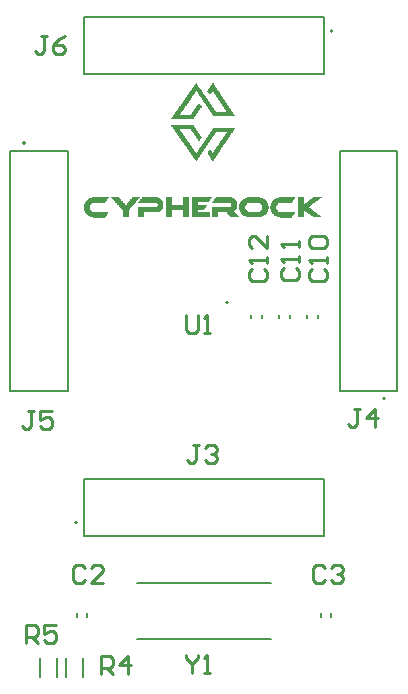
<source format=gbr>
%TF.GenerationSoftware,Altium Limited,Altium Designer,23.4.1 (23)*%
G04 Layer_Color=65535*
%FSLAX45Y45*%
%MOMM*%
%TF.SameCoordinates,06F9E411-BB4A-4FCF-AF8D-8E7D50D0EFEC*%
%TF.FilePolarity,Positive*%
%TF.FileFunction,Legend,Top*%
%TF.Part,Single*%
G01*
G75*
%TA.AperFunction,NonConductor*%
%ADD27C,0.17500*%
%ADD28C,0.20000*%
%ADD29C,0.12700*%
%ADD30C,0.25400*%
G36*
X1728571Y6087027D02*
X1731935D01*
Y6083663D01*
Y6080299D01*
X1735300D01*
Y6076934D01*
Y6073570D01*
X1738664D01*
Y6070206D01*
X1742029D01*
Y6066841D01*
X1745393D01*
Y6063477D01*
Y6060113D01*
X1748757D01*
Y6056748D01*
X1752121D01*
Y6053384D01*
Y6050019D01*
X1755486D01*
Y6046655D01*
X1758850D01*
Y6043291D01*
Y6039926D01*
X1762215D01*
Y6036562D01*
Y6033198D01*
X1765579D01*
Y6029833D01*
X1768943D01*
Y6026469D01*
X1772308D01*
Y6023105D01*
Y6019740D01*
X1775672D01*
Y6016376D01*
X1779037D01*
Y6013011D01*
Y6009647D01*
X1782401D01*
Y6006283D01*
X1785765D01*
Y6002918D01*
Y5999554D01*
X1789130D01*
Y5996190D01*
X1792494D01*
Y5992825D01*
X1795858D01*
Y5989461D01*
Y5986096D01*
X1799222D01*
Y5982732D01*
Y5979368D01*
X1802587D01*
Y5976003D01*
X1805951D01*
Y5972639D01*
Y5969275D01*
X1809316D01*
Y5965910D01*
X1812680D01*
Y5962546D01*
Y5959182D01*
X1816044D01*
Y5955817D01*
X1819409D01*
Y5952453D01*
Y5949088D01*
X1822773D01*
Y5945724D01*
X1826138D01*
Y5942360D01*
Y5938995D01*
X1829502D01*
Y5935631D01*
X1832866D01*
Y5932267D01*
X1836231D01*
Y5928902D01*
Y5925538D01*
X1839595D01*
Y5922174D01*
X1842959D01*
Y5918809D01*
Y5915445D01*
X1846324D01*
Y5912080D01*
X1849688D01*
Y5908716D01*
Y5905352D01*
X1853052D01*
Y5901987D01*
X1856417D01*
Y5898623D01*
Y5895259D01*
X1859781D01*
Y5891894D01*
X1863146D01*
Y5888530D01*
Y5885166D01*
X1866510D01*
Y5881801D01*
X1869874D01*
Y5878437D01*
Y5875072D01*
X1873239D01*
Y5871708D01*
X1876603D01*
Y5868344D01*
Y5864979D01*
X1879968D01*
Y5861615D01*
X1883332D01*
Y5858251D01*
Y5854886D01*
X1886696D01*
Y5851522D01*
X1890060D01*
Y5848157D01*
Y5844793D01*
X1893425D01*
Y5841429D01*
X1896789D01*
Y5838064D01*
Y5834700D01*
X1900154D01*
Y5831336D01*
X1903518D01*
Y5827971D01*
X1906882D01*
Y5824607D01*
Y5821243D01*
X1910247D01*
Y5817878D01*
X1913611D01*
Y5814514D01*
Y5811149D01*
X1916975D01*
Y5807785D01*
X1731935D01*
Y5811149D01*
X1728571D01*
Y5814514D01*
X1725207D01*
Y5817878D01*
Y5821243D01*
X1721842D01*
Y5824607D01*
X1718478D01*
Y5827971D01*
X1715114D01*
Y5831336D01*
Y5834700D01*
X1711749D01*
Y5838064D01*
X1708385D01*
Y5841429D01*
Y5844793D01*
X1705020D01*
Y5848157D01*
X1701656D01*
Y5851522D01*
Y5854886D01*
X1698292D01*
Y5858251D01*
X1694927D01*
Y5861615D01*
Y5864979D01*
X1691563D01*
Y5868344D01*
X1688199D01*
Y5871708D01*
Y5875072D01*
X1684834D01*
Y5878437D01*
X1681470D01*
Y5881801D01*
Y5885166D01*
X1678106D01*
Y5888530D01*
X1674741D01*
Y5891894D01*
Y5895259D01*
X1671377D01*
Y5898623D01*
X1668012D01*
Y5901987D01*
Y5905352D01*
X1664648D01*
Y5908716D01*
X1661284D01*
Y5912080D01*
X1657919D01*
Y5915445D01*
Y5918809D01*
X1654555D01*
Y5922174D01*
X1651190D01*
Y5925538D01*
Y5928902D01*
X1647826D01*
Y5932267D01*
X1644462D01*
Y5935631D01*
Y5938995D01*
X1641098D01*
Y5942360D01*
X1637733D01*
Y5945724D01*
Y5949088D01*
X1634369D01*
Y5952453D01*
X1631004D01*
Y5955817D01*
Y5959182D01*
X1627640D01*
Y5962546D01*
X1624276D01*
Y5965910D01*
Y5969275D01*
X1620911D01*
Y5972639D01*
X1617547D01*
Y5976003D01*
Y5979368D01*
X1614183D01*
Y5982732D01*
X1610818D01*
Y5986096D01*
Y5989461D01*
X1607454D01*
Y5992825D01*
X1604090D01*
Y5996190D01*
Y5999554D01*
X1600725D01*
Y6002918D01*
X1597361D01*
Y6006283D01*
Y6009647D01*
X1593996D01*
Y6013011D01*
X1590632D01*
Y6016376D01*
Y6019740D01*
X1583903D01*
Y6016376D01*
X1580539D01*
Y6013011D01*
Y6009647D01*
X1577175D01*
Y6006283D01*
X1573810D01*
Y6002918D01*
Y5999554D01*
X1570446D01*
Y5996190D01*
X1567081D01*
Y5992825D01*
X1563717D01*
Y5989461D01*
Y5986096D01*
X1560353D01*
Y5982732D01*
X1556988D01*
Y5979368D01*
Y5976003D01*
X1553624D01*
Y5972639D01*
X1550260D01*
Y5969275D01*
X1546895D01*
Y5965910D01*
Y5962546D01*
X1543531D01*
Y5959182D01*
X1540167D01*
Y5955817D01*
Y5952453D01*
X1536802D01*
Y5949088D01*
X1533438D01*
Y5945724D01*
Y5942360D01*
X1530073D01*
Y5938995D01*
X1526709D01*
Y5935631D01*
X1523345D01*
Y5932267D01*
Y5928902D01*
X1519980D01*
Y5925538D01*
Y5922174D01*
X1516616D01*
Y5918809D01*
X1513252D01*
Y5915445D01*
X1509887D01*
Y5912080D01*
Y5908716D01*
X1506523D01*
Y5905352D01*
X1503159D01*
Y5901987D01*
Y5898623D01*
X1499794D01*
Y5895259D01*
X1496430D01*
Y5891894D01*
X1493065D01*
Y5888530D01*
Y5885166D01*
X1489701D01*
Y5881801D01*
X1486337D01*
Y5878437D01*
Y5875072D01*
X1482972D01*
Y5871708D01*
X1479608D01*
Y5868344D01*
Y5864979D01*
X1476244D01*
Y5861615D01*
X1472879D01*
Y5858251D01*
X1469515D01*
Y5854886D01*
Y5851522D01*
X1466150D01*
Y5848157D01*
X1462786D01*
Y5844793D01*
Y5841429D01*
X1459422D01*
Y5838064D01*
X1456057D01*
Y5834700D01*
X1452693D01*
Y5831336D01*
Y5827971D01*
X1449329D01*
Y5824607D01*
Y5821243D01*
X1530073D01*
Y5817878D01*
X1536802D01*
Y5821243D01*
X1540167D01*
Y5824607D01*
X1543531D01*
Y5827971D01*
X1546895D01*
Y5831336D01*
Y5834700D01*
X1550260D01*
Y5838064D01*
Y5841429D01*
X1553624D01*
Y5844793D01*
X1556988D01*
Y5848157D01*
X1560353D01*
Y5851522D01*
Y5854886D01*
X1563717D01*
Y5858251D01*
X1567081D01*
Y5861615D01*
Y5864979D01*
X1570446D01*
Y5868344D01*
X1573810D01*
Y5871708D01*
Y5875072D01*
X1577175D01*
Y5878437D01*
X1580539D01*
Y5881801D01*
X1583903D01*
Y5885166D01*
Y5888530D01*
X1587268D01*
Y5891894D01*
X1590632D01*
Y5895259D01*
Y5898623D01*
X1593996D01*
Y5901987D01*
X1597361D01*
Y5905352D01*
X1600725D01*
Y5908716D01*
Y5912080D01*
X1604090D01*
Y5915445D01*
X1607454D01*
Y5918809D01*
Y5922174D01*
X1610818D01*
Y5918809D01*
Y5915445D01*
X1614183D01*
Y5912080D01*
Y5908716D01*
X1617547D01*
Y5905352D01*
X1620911D01*
Y5901987D01*
X1624276D01*
Y5898623D01*
Y5895259D01*
X1627640D01*
Y5891894D01*
X1631004D01*
Y5888530D01*
Y5885166D01*
Y5881801D01*
X1627640D01*
Y5878437D01*
X1624276D01*
Y5875072D01*
X1620911D01*
Y5871708D01*
Y5868344D01*
X1617547D01*
Y5864979D01*
X1614183D01*
Y5861615D01*
Y5858251D01*
X1610818D01*
Y5854886D01*
X1607454D01*
Y5851522D01*
X1604090D01*
Y5848157D01*
Y5844793D01*
X1600725D01*
Y5841429D01*
X1597361D01*
Y5838064D01*
Y5834700D01*
X1593996D01*
Y5831336D01*
X1590632D01*
Y5827971D01*
Y5824607D01*
X1587268D01*
Y5821243D01*
X1583903D01*
Y5817878D01*
X1580539D01*
Y5814514D01*
Y5811149D01*
X1577175D01*
Y5807785D01*
X1573810D01*
Y5804421D01*
Y5801056D01*
X1570446D01*
Y5797692D01*
X1567081D01*
Y5794328D01*
X1563717D01*
Y5790963D01*
Y5787599D01*
X1560353D01*
Y5784235D01*
X1368584D01*
Y5787599D01*
X1371948D01*
Y5790963D01*
X1375313D01*
Y5794328D01*
X1378677D01*
Y5797692D01*
X1382041D01*
Y5801056D01*
Y5804421D01*
X1385406D01*
Y5807785D01*
X1388770D01*
Y5811149D01*
Y5814514D01*
X1392134D01*
Y5817878D01*
X1395499D01*
Y5821243D01*
Y5824607D01*
X1398863D01*
Y5827971D01*
X1402228D01*
Y5831336D01*
Y5834700D01*
X1405592D01*
Y5838064D01*
X1408956D01*
Y5841429D01*
X1412321D01*
Y5844793D01*
Y5848157D01*
X1415685D01*
Y5851522D01*
X1419049D01*
Y5854886D01*
Y5858251D01*
X1422414D01*
Y5861615D01*
X1425778D01*
Y5864979D01*
X1429142D01*
Y5868344D01*
Y5871708D01*
X1432507D01*
Y5875072D01*
X1435871D01*
Y5878437D01*
Y5881801D01*
X1439236D01*
Y5885166D01*
X1442600D01*
Y5888530D01*
Y5891894D01*
X1445964D01*
Y5895259D01*
X1449329D01*
Y5898623D01*
X1452693D01*
Y5901987D01*
Y5905352D01*
X1456057D01*
Y5908716D01*
X1459422D01*
Y5912080D01*
Y5915445D01*
X1462786D01*
Y5918809D01*
X1466150D01*
Y5922174D01*
X1469515D01*
Y5925538D01*
Y5928902D01*
X1472879D01*
Y5932267D01*
X1476244D01*
Y5935631D01*
Y5938995D01*
X1479608D01*
Y5942360D01*
X1482972D01*
Y5945724D01*
X1486337D01*
Y5949088D01*
Y5952453D01*
X1489701D01*
Y5955817D01*
X1493065D01*
Y5959182D01*
Y5962546D01*
X1496430D01*
Y5965910D01*
X1499794D01*
Y5969275D01*
Y5972639D01*
X1503159D01*
Y5976003D01*
X1506523D01*
Y5979368D01*
Y5982732D01*
X1509887D01*
Y5986096D01*
X1513252D01*
Y5989461D01*
Y5992825D01*
X1516616D01*
Y5996190D01*
X1519980D01*
Y5999554D01*
X1523345D01*
Y6002918D01*
Y6006283D01*
X1526709D01*
Y6009647D01*
X1530073D01*
Y6013011D01*
Y6016376D01*
X1533438D01*
Y6019740D01*
X1536802D01*
Y6023105D01*
Y6026469D01*
X1540167D01*
Y6029833D01*
X1543531D01*
Y6033198D01*
X1546895D01*
Y6036562D01*
Y6039926D01*
X1550260D01*
Y6043291D01*
X1553624D01*
Y6046655D01*
Y6050019D01*
X1556988D01*
Y6053384D01*
X1560353D01*
Y6056748D01*
X1563717D01*
Y6060113D01*
Y6063477D01*
X1567081D01*
Y6066841D01*
X1570446D01*
Y6070206D01*
Y6073570D01*
X1573810D01*
Y6076934D01*
X1577175D01*
Y6080299D01*
X1580539D01*
Y6083663D01*
Y6087027D01*
X1583903D01*
Y6090392D01*
X1587268D01*
Y6087027D01*
X1590632D01*
Y6083663D01*
Y6080299D01*
X1593996D01*
Y6076934D01*
X1597361D01*
Y6073570D01*
Y6070206D01*
X1600725D01*
Y6066841D01*
X1604090D01*
Y6063477D01*
Y6060113D01*
X1607454D01*
Y6056748D01*
X1610818D01*
Y6053384D01*
Y6050019D01*
X1614183D01*
Y6046655D01*
X1617547D01*
Y6043291D01*
X1620911D01*
Y6039926D01*
Y6036562D01*
X1624276D01*
Y6033198D01*
X1627640D01*
Y6029833D01*
Y6026469D01*
X1631004D01*
Y6023105D01*
X1634369D01*
Y6019740D01*
Y6016376D01*
X1637733D01*
Y6013011D01*
X1641098D01*
Y6009647D01*
Y6006283D01*
X1644462D01*
Y6002918D01*
Y5999554D01*
X1647826D01*
Y5996190D01*
X1651190D01*
Y5992825D01*
X1654555D01*
Y5989461D01*
Y5986096D01*
X1657919D01*
Y5982732D01*
X1661284D01*
Y5979368D01*
Y5976003D01*
X1664648D01*
Y5972639D01*
X1668012D01*
Y5969275D01*
Y5965910D01*
X1671377D01*
Y5962546D01*
X1674741D01*
Y5959182D01*
Y5955817D01*
X1678106D01*
Y5952453D01*
X1681470D01*
Y5949088D01*
Y5945724D01*
X1684834D01*
Y5942360D01*
X1688199D01*
Y5938995D01*
Y5935631D01*
X1691563D01*
Y5932267D01*
X1694927D01*
Y5928902D01*
X1698292D01*
Y5925538D01*
Y5922174D01*
X1701656D01*
Y5918809D01*
X1705020D01*
Y5915445D01*
Y5912080D01*
X1708385D01*
Y5908716D01*
Y5905352D01*
X1711749D01*
Y5901987D01*
X1715114D01*
Y5898623D01*
X1718478D01*
Y5895259D01*
Y5891894D01*
X1721842D01*
Y5888530D01*
Y5885166D01*
X1725207D01*
Y5881801D01*
X1728571D01*
Y5878437D01*
X1731935D01*
Y5875072D01*
Y5871708D01*
X1735300D01*
Y5868344D01*
X1738664D01*
Y5864979D01*
Y5861615D01*
X1742029D01*
Y5858251D01*
X1745393D01*
Y5854886D01*
Y5851522D01*
X1748757D01*
Y5848157D01*
X1752121D01*
Y5844793D01*
Y5841429D01*
X1842959D01*
Y5844793D01*
Y5848157D01*
X1839595D01*
Y5851522D01*
Y5854886D01*
X1836231D01*
Y5858251D01*
X1832866D01*
Y5861615D01*
Y5864979D01*
X1829502D01*
Y5868344D01*
X1826138D01*
Y5871708D01*
X1822773D01*
Y5875072D01*
Y5878437D01*
X1819409D01*
Y5881801D01*
Y5885166D01*
X1816044D01*
Y5888530D01*
X1812680D01*
Y5891894D01*
X1809316D01*
Y5895259D01*
Y5898623D01*
X1805951D01*
Y5901987D01*
X1802587D01*
Y5905352D01*
Y5908716D01*
X1799222D01*
Y5912080D01*
X1795858D01*
Y5915445D01*
Y5918809D01*
X1792494D01*
Y5922174D01*
X1789130D01*
Y5925538D01*
Y5928902D01*
X1785765D01*
Y5932267D01*
X1782401D01*
Y5935631D01*
X1779037D01*
Y5938995D01*
Y5942360D01*
X1775672D01*
Y5945724D01*
X1772308D01*
Y5949088D01*
Y5952453D01*
X1768943D01*
Y5955817D01*
X1765579D01*
Y5959182D01*
Y5962546D01*
X1762215D01*
Y5965910D01*
X1758850D01*
Y5969275D01*
Y5972639D01*
X1755486D01*
Y5976003D01*
X1752121D01*
Y5979368D01*
Y5982732D01*
X1748757D01*
Y5986096D01*
X1745393D01*
Y5989461D01*
Y5992825D01*
X1742029D01*
Y5996190D01*
X1738664D01*
Y5999554D01*
Y6002918D01*
X1735300D01*
Y6006283D01*
X1731935D01*
Y6009647D01*
X1728571D01*
Y6013011D01*
Y6016376D01*
X1718478D01*
Y6013011D01*
Y6009647D01*
X1715114D01*
Y6006283D01*
X1711749D01*
Y6002918D01*
Y5999554D01*
X1708385D01*
Y5996190D01*
X1705020D01*
Y5992825D01*
Y5989461D01*
X1701656D01*
Y5986096D01*
X1698292D01*
Y5989461D01*
Y5992825D01*
X1694927D01*
Y5996190D01*
Y5999554D01*
X1691563D01*
Y6002918D01*
X1688199D01*
Y6006283D01*
X1684834D01*
Y6009647D01*
Y6013011D01*
X1681470D01*
Y6016376D01*
X1678106D01*
Y6019740D01*
Y6023105D01*
X1681470D01*
Y6026469D01*
X1684834D01*
Y6029833D01*
Y6033198D01*
X1688199D01*
Y6036562D01*
X1691563D01*
Y6039926D01*
Y6043291D01*
X1694927D01*
Y6046655D01*
X1698292D01*
Y6050019D01*
Y6053384D01*
X1701656D01*
Y6056748D01*
X1705020D01*
Y6060113D01*
Y6063477D01*
X1708385D01*
Y6066841D01*
Y6070206D01*
X1711749D01*
Y6073570D01*
X1715114D01*
Y6076934D01*
Y6080299D01*
X1718478D01*
Y6083663D01*
X1721842D01*
Y6087027D01*
Y6090392D01*
X1728571D01*
Y6087027D01*
D02*
G37*
G36*
X1563717Y5727040D02*
Y5723676D01*
X1567081D01*
Y5720312D01*
Y5716947D01*
X1570446D01*
Y5713583D01*
X1573810D01*
Y5710218D01*
X1577175D01*
Y5706854D01*
X1580539D01*
Y5703490D01*
Y5700126D01*
X1583903D01*
Y5696761D01*
Y5693397D01*
X1587268D01*
Y5690032D01*
X1590632D01*
Y5686668D01*
X1593996D01*
Y5683304D01*
Y5679939D01*
X1597361D01*
Y5676575D01*
X1600725D01*
Y5673210D01*
Y5669846D01*
X1604090D01*
Y5666482D01*
X1607454D01*
Y5663117D01*
X1610818D01*
Y5659753D01*
Y5656389D01*
X1614183D01*
Y5653024D01*
X1617547D01*
Y5649660D01*
Y5646296D01*
X1620911D01*
Y5642931D01*
X1624276D01*
Y5639567D01*
Y5636203D01*
X1627640D01*
Y5632838D01*
X1631004D01*
Y5629474D01*
Y5626109D01*
X1627640D01*
Y5622745D01*
Y5619381D01*
X1624276D01*
Y5616016D01*
X1620911D01*
Y5612652D01*
X1617547D01*
Y5609287D01*
Y5605923D01*
X1614183D01*
Y5602559D01*
X1610818D01*
Y5599195D01*
Y5595830D01*
X1607454D01*
Y5599195D01*
X1604090D01*
Y5602559D01*
Y5605923D01*
X1600725D01*
Y5609287D01*
X1597361D01*
Y5612652D01*
Y5616016D01*
X1593996D01*
Y5619381D01*
X1590632D01*
Y5622745D01*
X1587268D01*
Y5626109D01*
Y5629474D01*
X1583903D01*
Y5632838D01*
X1580539D01*
Y5636203D01*
Y5639567D01*
X1577175D01*
Y5642931D01*
X1573810D01*
Y5646296D01*
Y5649660D01*
X1570446D01*
Y5653024D01*
X1567081D01*
Y5656389D01*
X1563717D01*
Y5659753D01*
Y5663117D01*
X1560353D01*
Y5666482D01*
X1556988D01*
Y5669846D01*
Y5673210D01*
X1553624D01*
Y5676575D01*
X1550260D01*
Y5679939D01*
Y5683304D01*
X1546895D01*
Y5686668D01*
X1543531D01*
Y5690032D01*
X1540167D01*
Y5693397D01*
Y5696761D01*
X1449329D01*
Y5693397D01*
Y5690032D01*
Y5686668D01*
X1452693D01*
Y5683304D01*
X1456057D01*
Y5679939D01*
X1459422D01*
Y5676575D01*
Y5673210D01*
X1462786D01*
Y5669846D01*
X1466150D01*
Y5666482D01*
Y5663117D01*
X1469515D01*
Y5659753D01*
X1472879D01*
Y5656389D01*
X1476244D01*
Y5653024D01*
Y5649660D01*
X1479608D01*
Y5646296D01*
X1482972D01*
Y5642931D01*
Y5639567D01*
X1486337D01*
Y5636203D01*
X1489701D01*
Y5632838D01*
Y5629474D01*
X1493065D01*
Y5626109D01*
X1496430D01*
Y5622745D01*
X1499794D01*
Y5619381D01*
Y5616016D01*
X1503159D01*
Y5612652D01*
X1506523D01*
Y5609287D01*
Y5605923D01*
X1509887D01*
Y5602559D01*
X1513252D01*
Y5599195D01*
Y5595830D01*
X1516616D01*
Y5592466D01*
X1519980D01*
Y5589101D01*
X1523345D01*
Y5585737D01*
Y5582373D01*
X1526709D01*
Y5579008D01*
X1530073D01*
Y5575644D01*
Y5572279D01*
X1533438D01*
Y5568915D01*
X1536802D01*
Y5565551D01*
Y5562186D01*
X1540167D01*
Y5558822D01*
X1543531D01*
Y5555458D01*
X1546895D01*
Y5552094D01*
Y5548729D01*
X1550260D01*
Y5545365D01*
X1553624D01*
Y5542000D01*
Y5538636D01*
X1556988D01*
Y5535272D01*
X1560353D01*
Y5531907D01*
X1563717D01*
Y5528543D01*
Y5525178D01*
X1567081D01*
Y5521814D01*
Y5518450D01*
X1570446D01*
Y5515085D01*
X1573810D01*
Y5511721D01*
X1577175D01*
Y5508357D01*
Y5504992D01*
X1580539D01*
Y5501628D01*
X1583903D01*
Y5498264D01*
X1590632D01*
Y5501628D01*
X1593996D01*
Y5504992D01*
Y5508357D01*
X1597361D01*
Y5511721D01*
Y5515085D01*
X1600725D01*
Y5518450D01*
X1604090D01*
Y5521814D01*
X1607454D01*
Y5525178D01*
Y5528543D01*
X1610818D01*
Y5531907D01*
Y5535272D01*
X1614183D01*
Y5538636D01*
X1617547D01*
Y5542000D01*
X1620911D01*
Y5545365D01*
Y5548729D01*
X1624276D01*
Y5552094D01*
X1627640D01*
Y5555458D01*
Y5558822D01*
X1631004D01*
Y5562186D01*
X1634369D01*
Y5565551D01*
Y5568915D01*
X1637733D01*
Y5572279D01*
X1641098D01*
Y5575644D01*
Y5579008D01*
X1644462D01*
Y5582373D01*
X1647826D01*
Y5585737D01*
Y5589101D01*
X1651190D01*
Y5592466D01*
X1654555D01*
Y5595830D01*
Y5599195D01*
X1657919D01*
Y5602559D01*
X1661284D01*
Y5605923D01*
Y5609287D01*
X1664648D01*
Y5612652D01*
X1668012D01*
Y5616016D01*
X1671377D01*
Y5619381D01*
Y5622745D01*
X1674741D01*
Y5626109D01*
Y5629474D01*
X1678106D01*
Y5632838D01*
X1681470D01*
Y5636203D01*
X1684834D01*
Y5639567D01*
Y5642931D01*
X1688199D01*
Y5646296D01*
X1691563D01*
Y5649660D01*
Y5653024D01*
X1694927D01*
Y5656389D01*
X1698292D01*
Y5659753D01*
Y5663117D01*
X1701656D01*
Y5666482D01*
Y5669846D01*
X1705020D01*
Y5673210D01*
X1708385D01*
Y5676575D01*
X1711749D01*
Y5679939D01*
Y5683304D01*
X1715114D01*
Y5686668D01*
X1718478D01*
Y5690032D01*
Y5693397D01*
X1721842D01*
Y5696761D01*
X1725207D01*
Y5700126D01*
Y5703490D01*
X1728571D01*
Y5706854D01*
X1731935D01*
Y5710218D01*
X1916975D01*
Y5706854D01*
X1913611D01*
Y5703490D01*
Y5700126D01*
X1910247D01*
Y5696761D01*
X1906882D01*
Y5693397D01*
Y5690032D01*
X1903518D01*
Y5686668D01*
X1900154D01*
Y5683304D01*
Y5679939D01*
X1896789D01*
Y5676575D01*
X1893425D01*
Y5673210D01*
Y5669846D01*
X1890060D01*
Y5666482D01*
X1886696D01*
Y5663117D01*
X1883332D01*
Y5659753D01*
Y5656389D01*
X1879968D01*
Y5653024D01*
Y5649660D01*
X1876603D01*
Y5646296D01*
X1873239D01*
Y5642931D01*
Y5639567D01*
X1869874D01*
Y5636203D01*
X1866510D01*
Y5632838D01*
Y5629474D01*
X1863146D01*
Y5626109D01*
X1859781D01*
Y5622745D01*
X1856417D01*
Y5619381D01*
Y5616016D01*
X1853052D01*
Y5612652D01*
Y5609287D01*
X1849688D01*
Y5605923D01*
X1846324D01*
Y5602559D01*
X1842959D01*
Y5599195D01*
Y5595830D01*
X1839595D01*
Y5592466D01*
Y5589101D01*
X1836231D01*
Y5585737D01*
X1832866D01*
Y5582373D01*
X1829502D01*
Y5579008D01*
Y5575644D01*
X1826138D01*
Y5572279D01*
X1822773D01*
Y5568915D01*
Y5565551D01*
X1819409D01*
Y5562186D01*
X1816044D01*
Y5558822D01*
Y5555458D01*
X1812680D01*
Y5552094D01*
X1809316D01*
Y5548729D01*
Y5545365D01*
X1805951D01*
Y5542000D01*
X1802587D01*
Y5538636D01*
Y5535272D01*
X1799222D01*
Y5531907D01*
X1795858D01*
Y5528543D01*
Y5525178D01*
X1792494D01*
Y5521814D01*
X1789130D01*
Y5518450D01*
Y5515085D01*
X1785765D01*
Y5511721D01*
X1782401D01*
Y5508357D01*
X1779037D01*
Y5504992D01*
Y5501628D01*
X1775672D01*
Y5498264D01*
Y5494899D01*
X1772308D01*
Y5491535D01*
X1768943D01*
Y5488170D01*
X1765579D01*
Y5484806D01*
Y5481442D01*
X1762215D01*
Y5478077D01*
Y5474713D01*
X1758850D01*
Y5471348D01*
X1755486D01*
Y5467984D01*
Y5464620D01*
X1752121D01*
Y5461256D01*
X1748757D01*
Y5457891D01*
Y5454527D01*
X1745393D01*
Y5451162D01*
X1742029D01*
Y5447798D01*
X1738664D01*
Y5444434D01*
Y5441069D01*
X1735300D01*
Y5437705D01*
X1731935D01*
Y5434341D01*
Y5430976D01*
X1728571D01*
Y5427612D01*
Y5424247D01*
X1725207D01*
Y5427612D01*
X1721842D01*
Y5430976D01*
Y5434341D01*
X1718478D01*
Y5437705D01*
X1715114D01*
Y5441069D01*
X1711749D01*
Y5444434D01*
Y5447798D01*
X1708385D01*
Y5451162D01*
Y5454527D01*
X1705020D01*
Y5457891D01*
X1701656D01*
Y5461256D01*
Y5464620D01*
X1698292D01*
Y5467984D01*
X1694927D01*
Y5471348D01*
Y5474713D01*
X1691563D01*
Y5478077D01*
X1688199D01*
Y5481442D01*
Y5484806D01*
X1684834D01*
Y5488170D01*
X1681470D01*
Y5491535D01*
Y5494899D01*
X1678106D01*
Y5498264D01*
X1681470D01*
Y5501628D01*
Y5504992D01*
X1684834D01*
Y5508357D01*
X1688199D01*
Y5511721D01*
X1691563D01*
Y5515085D01*
Y5518450D01*
X1694927D01*
Y5521814D01*
Y5525178D01*
X1698292D01*
Y5528543D01*
X1701656D01*
Y5525178D01*
X1705020D01*
Y5521814D01*
X1708385D01*
Y5518450D01*
Y5515085D01*
X1711749D01*
Y5511721D01*
X1715114D01*
Y5508357D01*
Y5504992D01*
X1718478D01*
Y5501628D01*
X1721842D01*
Y5498264D01*
X1728571D01*
Y5501628D01*
Y5504992D01*
X1731935D01*
Y5508357D01*
Y5511721D01*
X1735300D01*
Y5515085D01*
X1738664D01*
Y5518450D01*
X1742029D01*
Y5521814D01*
Y5525178D01*
X1745393D01*
Y5528543D01*
X1748757D01*
Y5531907D01*
Y5535272D01*
X1752121D01*
Y5538636D01*
X1755486D01*
Y5542000D01*
Y5545365D01*
X1758850D01*
Y5548729D01*
X1762215D01*
Y5552094D01*
Y5555458D01*
X1765579D01*
Y5558822D01*
X1768943D01*
Y5562186D01*
Y5565551D01*
X1772308D01*
Y5568915D01*
X1775672D01*
Y5572279D01*
Y5575644D01*
X1779037D01*
Y5579008D01*
X1782401D01*
Y5582373D01*
X1785765D01*
Y5585737D01*
Y5589101D01*
X1789130D01*
Y5592466D01*
Y5595830D01*
X1792494D01*
Y5599195D01*
X1795858D01*
Y5602559D01*
X1799222D01*
Y5605923D01*
Y5609287D01*
X1802587D01*
Y5612652D01*
Y5616016D01*
X1805951D01*
Y5619381D01*
X1809316D01*
Y5622745D01*
X1812680D01*
Y5626109D01*
Y5629474D01*
X1816044D01*
Y5632838D01*
X1819409D01*
Y5636203D01*
Y5639567D01*
X1822773D01*
Y5642931D01*
X1826138D01*
Y5646296D01*
X1829502D01*
Y5649660D01*
Y5653024D01*
X1832866D01*
Y5656389D01*
Y5659753D01*
X1836231D01*
Y5663117D01*
X1839595D01*
Y5666482D01*
X1842959D01*
Y5669846D01*
Y5673210D01*
Y5676575D01*
X1755486D01*
Y5673210D01*
X1752121D01*
Y5669846D01*
X1748757D01*
Y5666482D01*
Y5663117D01*
X1745393D01*
Y5659753D01*
X1742029D01*
Y5656389D01*
Y5653024D01*
X1738664D01*
Y5649660D01*
X1735300D01*
Y5646296D01*
X1731935D01*
Y5642931D01*
Y5639567D01*
X1728571D01*
Y5636203D01*
X1725207D01*
Y5632838D01*
Y5629474D01*
X1721842D01*
Y5626109D01*
X1718478D01*
Y5622745D01*
Y5619381D01*
X1715114D01*
Y5616016D01*
X1711749D01*
Y5612652D01*
Y5609287D01*
X1708385D01*
Y5605923D01*
X1705020D01*
Y5602559D01*
Y5599195D01*
X1701656D01*
Y5595830D01*
X1698292D01*
Y5592466D01*
Y5589101D01*
X1694927D01*
Y5585737D01*
X1691563D01*
Y5582373D01*
Y5579008D01*
X1688199D01*
Y5575644D01*
X1684834D01*
Y5572279D01*
Y5568915D01*
X1681470D01*
Y5565551D01*
X1678106D01*
Y5562186D01*
Y5558822D01*
X1674741D01*
Y5555458D01*
X1671377D01*
Y5552094D01*
X1668012D01*
Y5548729D01*
Y5545365D01*
X1664648D01*
Y5542000D01*
Y5538636D01*
X1661284D01*
Y5535272D01*
X1657919D01*
Y5531907D01*
Y5528543D01*
X1654555D01*
Y5525178D01*
X1651190D01*
Y5521814D01*
Y5518450D01*
X1647826D01*
Y5515085D01*
X1644462D01*
Y5511721D01*
X1641098D01*
Y5508357D01*
Y5504992D01*
X1637733D01*
Y5501628D01*
Y5498264D01*
X1634369D01*
Y5494899D01*
X1631004D01*
Y5491535D01*
X1627640D01*
Y5488170D01*
Y5484806D01*
X1624276D01*
Y5481442D01*
Y5478077D01*
X1620911D01*
Y5474713D01*
X1617547D01*
Y5471348D01*
X1614183D01*
Y5467984D01*
Y5464620D01*
X1610818D01*
Y5461256D01*
Y5457891D01*
X1607454D01*
Y5454527D01*
X1604090D01*
Y5451162D01*
X1600725D01*
Y5447798D01*
Y5444434D01*
X1597361D01*
Y5441069D01*
X1593996D01*
Y5437705D01*
Y5434341D01*
X1590632D01*
Y5430976D01*
X1587268D01*
Y5427612D01*
Y5424247D01*
X1583903D01*
Y5427612D01*
Y5430976D01*
X1580539D01*
Y5434341D01*
X1577175D01*
Y5437705D01*
X1573810D01*
Y5441069D01*
Y5444434D01*
X1570446D01*
Y5447798D01*
X1567081D01*
Y5451162D01*
Y5454527D01*
X1563717D01*
Y5457891D01*
X1560353D01*
Y5461256D01*
X1556988D01*
Y5464620D01*
Y5467984D01*
X1553624D01*
Y5471348D01*
X1550260D01*
Y5474713D01*
Y5478077D01*
X1546895D01*
Y5481442D01*
X1543531D01*
Y5484806D01*
Y5488170D01*
X1540167D01*
Y5491535D01*
X1536802D01*
Y5494899D01*
Y5498264D01*
X1533438D01*
Y5501628D01*
X1530073D01*
Y5504992D01*
X1526709D01*
Y5508357D01*
Y5511721D01*
X1523345D01*
Y5515085D01*
X1519980D01*
Y5518450D01*
Y5521814D01*
X1516616D01*
Y5525178D01*
X1513252D01*
Y5528543D01*
X1509887D01*
Y5531907D01*
Y5535272D01*
X1506523D01*
Y5538636D01*
X1503159D01*
Y5542000D01*
Y5545365D01*
X1499794D01*
Y5548729D01*
X1496430D01*
Y5552094D01*
Y5555458D01*
X1493065D01*
Y5558822D01*
X1489701D01*
Y5562186D01*
X1486337D01*
Y5565551D01*
Y5568915D01*
X1482972D01*
Y5572279D01*
X1479608D01*
Y5575644D01*
Y5579008D01*
X1476244D01*
Y5582373D01*
X1472879D01*
Y5585737D01*
Y5589101D01*
X1469515D01*
Y5592466D01*
X1466150D01*
Y5595830D01*
X1462786D01*
Y5599195D01*
Y5602559D01*
X1459422D01*
Y5605923D01*
Y5609287D01*
X1456057D01*
Y5612652D01*
X1452693D01*
Y5616016D01*
X1449329D01*
Y5619381D01*
X1445964D01*
Y5622745D01*
Y5626109D01*
X1442600D01*
Y5629474D01*
Y5632838D01*
X1439236D01*
Y5636203D01*
X1435871D01*
Y5639567D01*
X1432507D01*
Y5642931D01*
Y5646296D01*
X1429142D01*
Y5649660D01*
X1425778D01*
Y5653024D01*
Y5656389D01*
X1422414D01*
Y5659753D01*
X1419049D01*
Y5663117D01*
Y5666482D01*
X1415685D01*
Y5669846D01*
X1412321D01*
Y5673210D01*
X1408956D01*
Y5676575D01*
Y5679939D01*
X1405592D01*
Y5683304D01*
X1402228D01*
Y5686668D01*
Y5690032D01*
X1398863D01*
Y5693397D01*
X1395499D01*
Y5696761D01*
X1392134D01*
Y5700126D01*
Y5703490D01*
X1388770D01*
Y5706854D01*
X1385406D01*
Y5710218D01*
Y5713583D01*
X1382041D01*
Y5716947D01*
X1378677D01*
Y5720312D01*
X1375313D01*
Y5723676D01*
Y5727040D01*
X1371948D01*
Y5730405D01*
X1563717D01*
Y5727040D01*
D02*
G37*
G36*
X2647043Y5118090D02*
X2640314D01*
Y5114726D01*
X2636950D01*
Y5111361D01*
X2633585D01*
Y5107997D01*
X2626856D01*
Y5104633D01*
X2623492D01*
Y5101268D01*
X2620128D01*
Y5097904D01*
X2613399D01*
Y5094540D01*
X2610035D01*
Y5091175D01*
X2603306D01*
Y5087811D01*
X2599941D01*
Y5084447D01*
X2596577D01*
Y5081082D01*
X2593213D01*
Y5077718D01*
X2586484D01*
Y5074353D01*
X2583120D01*
Y5070989D01*
X2576391D01*
Y5067625D01*
X2573027D01*
Y5064260D01*
X2569662D01*
Y5060896D01*
X2566298D01*
Y5057532D01*
X2559569D01*
Y5054167D01*
X2556205D01*
Y5050803D01*
X2552840D01*
Y5047438D01*
X2546112D01*
Y5044074D01*
X2542747D01*
Y5040710D01*
X2539383D01*
Y5037346D01*
Y5033981D01*
X2542747D01*
Y5030617D01*
X2546112D01*
Y5027252D01*
X2552840D01*
Y5023888D01*
X2556205D01*
Y5020524D01*
X2562933D01*
Y5017159D01*
X2566298D01*
Y5013795D01*
X2569662D01*
Y5010430D01*
X2576391D01*
Y5007066D01*
X2579755D01*
Y5003702D01*
X2583120D01*
Y5000337D01*
X2589849D01*
Y4996973D01*
X2593213D01*
Y4993609D01*
X2599941D01*
Y4990245D01*
X2603306D01*
Y4986880D01*
X2606670D01*
Y4983516D01*
X2610035D01*
Y4980151D01*
X2616763D01*
Y4976787D01*
X2620128D01*
Y4973423D01*
X2626856D01*
Y4970058D01*
X2630221D01*
Y4966694D01*
X2633585D01*
Y4963329D01*
X2640314D01*
Y4959965D01*
X2643678D01*
Y4956601D01*
X2647043D01*
Y4953236D01*
X2576391D01*
Y4956601D01*
X2573027D01*
Y4959965D01*
X2566298D01*
Y4963329D01*
X2562933D01*
Y4966694D01*
X2556205D01*
Y4970058D01*
X2552840D01*
Y4973423D01*
X2546112D01*
Y4976787D01*
X2542747D01*
Y4980151D01*
X2536019D01*
Y4983516D01*
X2532654D01*
Y4986880D01*
X2529290D01*
Y4990245D01*
X2522561D01*
Y4993609D01*
X2519197D01*
Y4996973D01*
X2512468D01*
Y5000337D01*
X2509104D01*
Y5003702D01*
X2505739D01*
Y5007066D01*
X2495646D01*
Y5003702D01*
Y5000337D01*
Y4996973D01*
Y4993609D01*
Y4990245D01*
Y4986880D01*
Y4983516D01*
Y4980151D01*
Y4976787D01*
Y4973423D01*
Y4970058D01*
Y4966694D01*
Y4963329D01*
Y4959965D01*
Y4956601D01*
Y4953236D01*
X2445181D01*
Y4956601D01*
Y4959965D01*
Y4963329D01*
Y4966694D01*
Y4970058D01*
Y4973423D01*
Y4976787D01*
Y4980151D01*
Y4983516D01*
Y4986880D01*
Y4990245D01*
Y4993609D01*
Y4996973D01*
Y5000337D01*
Y5003702D01*
Y5007066D01*
Y5010430D01*
Y5013795D01*
Y5017159D01*
Y5020524D01*
Y5023888D01*
Y5027252D01*
Y5030617D01*
Y5033981D01*
Y5037346D01*
Y5040710D01*
Y5044074D01*
Y5047438D01*
Y5050803D01*
Y5054167D01*
Y5057532D01*
Y5060896D01*
Y5064260D01*
Y5067625D01*
Y5070989D01*
Y5074353D01*
Y5077718D01*
Y5081082D01*
Y5084447D01*
Y5087811D01*
Y5091175D01*
Y5094540D01*
Y5097904D01*
Y5101268D01*
Y5104633D01*
Y5107997D01*
Y5111361D01*
Y5114726D01*
Y5118090D01*
Y5121455D01*
X2495646D01*
Y5118090D01*
Y5114726D01*
Y5111361D01*
Y5107997D01*
Y5104633D01*
Y5101268D01*
Y5097904D01*
Y5094540D01*
Y5091175D01*
Y5087811D01*
Y5084447D01*
Y5081082D01*
Y5077718D01*
Y5074353D01*
Y5070989D01*
Y5067625D01*
Y5064260D01*
X2499010D01*
Y5067625D01*
X2505739D01*
Y5070989D01*
X2509104D01*
Y5074353D01*
X2512468D01*
Y5077718D01*
X2519197D01*
Y5081082D01*
X2522561D01*
Y5084447D01*
X2529290D01*
Y5087811D01*
X2532654D01*
Y5091175D01*
X2536019D01*
Y5094540D01*
X2542747D01*
Y5097904D01*
X2546112D01*
Y5101268D01*
X2549476D01*
Y5104633D01*
X2552840D01*
Y5107997D01*
X2559569D01*
Y5111361D01*
X2562933D01*
Y5114726D01*
X2569662D01*
Y5118090D01*
X2573027D01*
Y5121455D01*
X2647043D01*
Y5118090D01*
D02*
G37*
G36*
X1526709D02*
Y5114726D01*
Y5111361D01*
Y5107997D01*
Y5104633D01*
Y5101268D01*
Y5097904D01*
Y5094540D01*
Y5091175D01*
Y5087811D01*
Y5084447D01*
Y5081082D01*
Y5077718D01*
Y5074353D01*
Y5070989D01*
Y5067625D01*
Y5064260D01*
Y5060896D01*
Y5057532D01*
Y5054167D01*
Y5050803D01*
Y5047438D01*
Y5044074D01*
Y5040710D01*
Y5037346D01*
Y5033981D01*
Y5030617D01*
Y5027252D01*
Y5023888D01*
Y5020524D01*
Y5017159D01*
Y5013795D01*
Y5010430D01*
Y5007066D01*
Y5003702D01*
Y5000337D01*
Y4996973D01*
Y4993609D01*
Y4990245D01*
Y4986880D01*
Y4983516D01*
Y4980151D01*
Y4976787D01*
Y4973423D01*
Y4970058D01*
Y4966694D01*
Y4963329D01*
Y4959965D01*
Y4956601D01*
Y4953236D01*
X1476244D01*
Y4956601D01*
Y4959965D01*
Y4963329D01*
Y4966694D01*
Y4970058D01*
Y4973423D01*
Y4976787D01*
Y4980151D01*
Y4983516D01*
Y4986880D01*
Y4990245D01*
Y4993609D01*
Y4996973D01*
Y5000337D01*
Y5003702D01*
Y5007066D01*
Y5010430D01*
Y5013795D01*
Y5017159D01*
X1382041D01*
Y5013795D01*
X1378677D01*
Y5010430D01*
Y5007066D01*
Y5003702D01*
Y5000337D01*
Y4996973D01*
Y4993609D01*
Y4990245D01*
Y4986880D01*
Y4983516D01*
Y4980151D01*
Y4976787D01*
Y4973423D01*
Y4970058D01*
Y4966694D01*
Y4963329D01*
Y4959965D01*
Y4956601D01*
X1382041D01*
Y4953236D01*
X1328211D01*
Y4956601D01*
Y4959965D01*
Y4963329D01*
Y4966694D01*
Y4970058D01*
Y4973423D01*
Y4976787D01*
Y4980151D01*
Y4983516D01*
Y4986880D01*
Y4990245D01*
Y4993609D01*
Y4996973D01*
Y5000337D01*
Y5003702D01*
Y5007066D01*
Y5010430D01*
Y5013795D01*
Y5017159D01*
Y5020524D01*
Y5023888D01*
Y5027252D01*
Y5030617D01*
Y5033981D01*
Y5037346D01*
Y5040710D01*
Y5044074D01*
Y5047438D01*
Y5050803D01*
Y5054167D01*
Y5057532D01*
Y5060896D01*
Y5064260D01*
Y5067625D01*
Y5070989D01*
Y5074353D01*
Y5077718D01*
Y5081082D01*
Y5084447D01*
Y5087811D01*
Y5091175D01*
Y5094540D01*
Y5097904D01*
Y5101268D01*
Y5104633D01*
Y5107997D01*
Y5111361D01*
Y5114726D01*
Y5118090D01*
Y5121455D01*
X1382041D01*
Y5118090D01*
X1378677D01*
Y5114726D01*
Y5111361D01*
Y5107997D01*
Y5104633D01*
Y5101268D01*
Y5097904D01*
Y5094540D01*
Y5091175D01*
Y5087811D01*
Y5084447D01*
Y5081082D01*
Y5077718D01*
Y5074353D01*
Y5070989D01*
Y5067625D01*
Y5064260D01*
Y5060896D01*
X1476244D01*
Y5064260D01*
Y5067625D01*
Y5070989D01*
Y5074353D01*
Y5077718D01*
Y5081082D01*
Y5084447D01*
Y5087811D01*
Y5091175D01*
Y5094540D01*
Y5097904D01*
Y5101268D01*
Y5104633D01*
Y5107997D01*
Y5111361D01*
Y5114726D01*
Y5118090D01*
Y5121455D01*
X1526709D01*
Y5118090D01*
D02*
G37*
G36*
X1106163D02*
Y5114726D01*
X1102799D01*
Y5111361D01*
X1099435D01*
Y5107997D01*
X1096070D01*
Y5104633D01*
X1092706D01*
Y5101268D01*
X1089341D01*
Y5097904D01*
X1085977D01*
Y5094540D01*
Y5091175D01*
X1082613D01*
Y5087811D01*
X1079249D01*
Y5084447D01*
X1075884D01*
Y5081082D01*
X1072520D01*
Y5077718D01*
X1069155D01*
Y5074353D01*
X1065791D01*
Y5070989D01*
Y5067625D01*
X1062427D01*
Y5064260D01*
X1059062D01*
Y5060896D01*
X1055698D01*
Y5057532D01*
X1052334D01*
Y5054167D01*
X1048969D01*
Y5050803D01*
X1045605D01*
Y5047438D01*
Y5044074D01*
X1042240D01*
Y5040710D01*
X1038876D01*
Y5037346D01*
X1035512D01*
Y5033981D01*
X1032147D01*
Y5030617D01*
X1028783D01*
Y5027252D01*
X1025419D01*
Y5023888D01*
Y5020524D01*
X1022054D01*
Y5017159D01*
X1018690D01*
Y5013795D01*
X1015326D01*
Y5010430D01*
Y5007066D01*
Y5003702D01*
Y5000337D01*
Y4996973D01*
Y4993609D01*
Y4990245D01*
Y4986880D01*
Y4983516D01*
Y4980151D01*
Y4976787D01*
Y4973423D01*
Y4970058D01*
Y4966694D01*
Y4963329D01*
Y4959965D01*
Y4956601D01*
Y4953236D01*
X961496D01*
Y4956601D01*
Y4959965D01*
Y4963329D01*
Y4966694D01*
Y4970058D01*
Y4973423D01*
Y4976787D01*
Y4980151D01*
Y4983516D01*
Y4986880D01*
Y4990245D01*
Y4993609D01*
Y4996973D01*
Y5000337D01*
Y5003702D01*
Y5007066D01*
Y5010430D01*
Y5013795D01*
X958131D01*
Y5017159D01*
X954767D01*
Y5020524D01*
X951403D01*
Y5023888D01*
X948038D01*
Y5027252D01*
X944674D01*
Y5030617D01*
Y5033981D01*
X941310D01*
Y5037346D01*
X937945D01*
Y5040710D01*
X934581D01*
Y5044074D01*
X931216D01*
Y5047438D01*
X927852D01*
Y5050803D01*
Y5054167D01*
X921123D01*
Y5057532D01*
X917759D01*
Y5060896D01*
Y5064260D01*
X914395D01*
Y5067625D01*
X911030D01*
Y5070989D01*
X907666D01*
Y5074353D01*
X904301D01*
Y5077718D01*
X900937D01*
Y5081082D01*
Y5084447D01*
X894208D01*
Y5087811D01*
X890844D01*
Y5091175D01*
Y5094540D01*
X887480D01*
Y5097904D01*
X884115D01*
Y5101268D01*
X880751D01*
Y5104633D01*
X877387D01*
Y5107997D01*
X874022D01*
Y5111361D01*
X870658D01*
Y5114726D01*
X867293D01*
Y5118090D01*
X863929D01*
Y5121455D01*
X931216D01*
Y5118090D01*
X934581D01*
Y5114726D01*
X937945D01*
Y5111361D01*
X941310D01*
Y5107997D01*
X944674D01*
Y5104633D01*
X948038D01*
Y5101268D01*
X951403D01*
Y5097904D01*
Y5094540D01*
X954767D01*
Y5091175D01*
X958131D01*
Y5087811D01*
X961496D01*
Y5084447D01*
X964860D01*
Y5081082D01*
X968224D01*
Y5077718D01*
Y5074353D01*
X974953D01*
Y5070989D01*
X978318D01*
Y5067625D01*
Y5064260D01*
X981682D01*
Y5060896D01*
X985046D01*
Y5057532D01*
X991775D01*
Y5060896D01*
X995139D01*
Y5064260D01*
X998504D01*
Y5067625D01*
X1001868D01*
Y5070989D01*
Y5074353D01*
X1005232D01*
Y5077718D01*
X1008597D01*
Y5081082D01*
X1011961D01*
Y5084447D01*
X1015326D01*
Y5087811D01*
X1018690D01*
Y5091175D01*
X1022054D01*
Y5094540D01*
Y5097904D01*
X1028783D01*
Y5101268D01*
Y5104633D01*
X1032147D01*
Y5107997D01*
X1035512D01*
Y5111361D01*
X1038876D01*
Y5114726D01*
X1042240D01*
Y5118090D01*
Y5121455D01*
X1106163D01*
Y5118090D01*
D02*
G37*
G36*
X2128930D02*
X2142388D01*
Y5114726D01*
X2152481D01*
Y5111361D01*
X2159210D01*
Y5107997D01*
X2162574D01*
Y5104633D01*
X2169303D01*
Y5101268D01*
X2172667D01*
Y5097904D01*
X2176032D01*
Y5094540D01*
X2179396D01*
Y5091175D01*
X2182760D01*
Y5087811D01*
Y5084447D01*
X2186125D01*
Y5081082D01*
Y5077718D01*
X2189489D01*
Y5074353D01*
X2192853D01*
Y5070989D01*
Y5067625D01*
Y5064260D01*
Y5060896D01*
X2196218D01*
Y5057532D01*
Y5054167D01*
Y5050803D01*
X2199582D01*
Y5047438D01*
Y5044074D01*
Y5040710D01*
Y5037346D01*
Y5033981D01*
Y5030617D01*
Y5027252D01*
Y5023888D01*
X2196218D01*
Y5020524D01*
Y5017159D01*
Y5013795D01*
Y5010430D01*
X2192853D01*
Y5007066D01*
Y5003702D01*
Y5000337D01*
X2189489D01*
Y4996973D01*
X2186125D01*
Y4993609D01*
Y4990245D01*
X2182760D01*
Y4986880D01*
Y4983516D01*
X2179396D01*
Y4980151D01*
X2176032D01*
Y4976787D01*
X2172667D01*
Y4973423D01*
X2169303D01*
Y4970058D01*
X2162574D01*
Y4966694D01*
X2159210D01*
Y4963329D01*
X2152481D01*
Y4959965D01*
X2142388D01*
Y4956601D01*
X2132295D01*
Y4953236D01*
X2014542D01*
Y4956601D01*
X2004449D01*
Y4959965D01*
X1994356D01*
Y4963329D01*
X1987627D01*
Y4966694D01*
X1980898D01*
Y4970058D01*
X1977534D01*
Y4973423D01*
X1974170D01*
Y4976787D01*
X1970805D01*
Y4980151D01*
X1967441D01*
Y4983516D01*
X1964077D01*
Y4986880D01*
X1960712D01*
Y4990245D01*
Y4993609D01*
X1957348D01*
Y4996973D01*
Y5000337D01*
X1953983D01*
Y5003702D01*
Y5007066D01*
Y5010430D01*
X1950619D01*
Y5013795D01*
Y5017159D01*
Y5020524D01*
Y5023888D01*
X1947255D01*
Y5027252D01*
X1950619D01*
Y5030617D01*
Y5033981D01*
X1947255D01*
Y5037346D01*
Y5040710D01*
X1950619D01*
Y5044074D01*
Y5047438D01*
X1947255D01*
Y5050803D01*
X1950619D01*
Y5054167D01*
Y5057532D01*
Y5060896D01*
Y5064260D01*
X1953983D01*
Y5067625D01*
Y5070989D01*
Y5074353D01*
X1957348D01*
Y5077718D01*
Y5081082D01*
X1960712D01*
Y5084447D01*
X1964077D01*
Y5087811D01*
Y5091175D01*
X1967441D01*
Y5094540D01*
X1970805D01*
Y5097904D01*
X1974170D01*
Y5101268D01*
X1977534D01*
Y5104633D01*
X1984263D01*
Y5107997D01*
X1987627D01*
Y5111361D01*
X1994356D01*
Y5114726D01*
X2004449D01*
Y5118090D01*
X2017906D01*
Y5121455D01*
X2128930D01*
Y5118090D01*
D02*
G37*
G36*
X1886696D02*
X1896789D01*
Y5114726D01*
X1903518D01*
Y5111361D01*
X1910247D01*
Y5107997D01*
X1913611D01*
Y5104633D01*
X1916975D01*
Y5101268D01*
X1920340D01*
Y5097904D01*
X1923704D01*
Y5094540D01*
Y5091175D01*
X1927069D01*
Y5087811D01*
X1930433D01*
Y5084447D01*
Y5081082D01*
Y5077718D01*
Y5074353D01*
X1933797D01*
Y5070989D01*
Y5067625D01*
Y5064260D01*
Y5060896D01*
Y5057532D01*
Y5054167D01*
Y5050803D01*
Y5047438D01*
Y5044074D01*
Y5040710D01*
X1930433D01*
Y5037346D01*
Y5033981D01*
Y5030617D01*
X1927069D01*
Y5027252D01*
Y5023888D01*
X1923704D01*
Y5020524D01*
X1920340D01*
Y5017159D01*
X1916975D01*
Y5013795D01*
X1913611D01*
Y5010430D01*
X1910247D01*
Y5007066D01*
X1906882D01*
Y5003702D01*
X1903518D01*
Y5000337D01*
X1906882D01*
Y4996973D01*
X1910247D01*
Y4993609D01*
X1913611D01*
Y4990245D01*
X1916975D01*
Y4986880D01*
X1920340D01*
Y4983516D01*
X1923704D01*
Y4980151D01*
X1927069D01*
Y4976787D01*
X1930433D01*
Y4973423D01*
X1933797D01*
Y4970058D01*
X1937161D01*
Y4966694D01*
X1940526D01*
Y4963329D01*
X1943890D01*
Y4959965D01*
Y4956601D01*
X1947255D01*
Y4953236D01*
X1873239D01*
Y4956601D01*
X1869874D01*
Y4959965D01*
X1866510D01*
Y4963329D01*
X1863146D01*
Y4966694D01*
Y4970058D01*
X1859781D01*
Y4973423D01*
X1856417D01*
Y4976787D01*
X1853052D01*
Y4980151D01*
X1849688D01*
Y4983516D01*
X1846324D01*
Y4986880D01*
X1842959D01*
Y4990245D01*
Y4993609D01*
X1839595D01*
Y4996973D01*
X1768943D01*
Y4993609D01*
Y4990245D01*
Y4986880D01*
Y4983516D01*
Y4980151D01*
Y4976787D01*
Y4973423D01*
Y4970058D01*
Y4966694D01*
Y4963329D01*
Y4959965D01*
Y4956601D01*
Y4953236D01*
X1718478D01*
Y4956601D01*
Y4959965D01*
Y4963329D01*
Y4966694D01*
Y4970058D01*
Y4973423D01*
Y4976787D01*
Y4980151D01*
Y4983516D01*
Y4986880D01*
Y4990245D01*
Y4993609D01*
Y4996973D01*
Y5000337D01*
Y5003702D01*
Y5007066D01*
Y5010430D01*
Y5013795D01*
Y5017159D01*
Y5020524D01*
Y5023888D01*
Y5027252D01*
Y5030617D01*
Y5033981D01*
Y5037346D01*
X1869874D01*
Y5040710D01*
X1873239D01*
Y5044074D01*
X1879968D01*
Y5047438D01*
Y5050803D01*
X1883332D01*
Y5054167D01*
Y5057532D01*
Y5060896D01*
Y5064260D01*
Y5067625D01*
X1879968D01*
Y5070989D01*
X1876603D01*
Y5074353D01*
X1873239D01*
Y5077718D01*
X1718478D01*
Y5081082D01*
X1721842D01*
Y5084447D01*
X1725207D01*
Y5087811D01*
Y5091175D01*
X1728571D01*
Y5094540D01*
X1731935D01*
Y5097904D01*
X1735300D01*
Y5101268D01*
Y5104633D01*
X1738664D01*
Y5107997D01*
X1742029D01*
Y5111361D01*
Y5114726D01*
X1745393D01*
Y5118090D01*
X1748757D01*
Y5121455D01*
X1886696D01*
Y5118090D01*
D02*
G37*
G36*
X1715114D02*
X1711749D01*
Y5114726D01*
Y5111361D01*
X1708385D01*
Y5107997D01*
X1705020D01*
Y5104633D01*
Y5101268D01*
X1701656D01*
Y5097904D01*
X1698292D01*
Y5094540D01*
Y5091175D01*
X1694927D01*
Y5087811D01*
X1691563D01*
Y5084447D01*
Y5081082D01*
X1600725D01*
Y5077718D01*
Y5074353D01*
Y5070989D01*
Y5067625D01*
Y5064260D01*
Y5060896D01*
Y5057532D01*
X1678106D01*
Y5054167D01*
X1674741D01*
Y5050803D01*
Y5047438D01*
X1671377D01*
Y5044074D01*
X1668012D01*
Y5040710D01*
Y5037346D01*
X1664648D01*
Y5033981D01*
X1661284D01*
Y5030617D01*
Y5027252D01*
X1657919D01*
Y5023888D01*
X1654555D01*
Y5020524D01*
Y5017159D01*
X1604090D01*
Y5013795D01*
X1600725D01*
Y5010430D01*
Y5007066D01*
Y5003702D01*
Y5000337D01*
Y4996973D01*
Y4993609D01*
X1698292D01*
Y4990245D01*
Y4986880D01*
Y4983516D01*
Y4980151D01*
Y4976787D01*
Y4973423D01*
Y4970058D01*
Y4966694D01*
Y4963329D01*
Y4959965D01*
Y4956601D01*
Y4953236D01*
X1550260D01*
Y4956601D01*
Y4959965D01*
Y4963329D01*
Y4966694D01*
Y4970058D01*
Y4973423D01*
Y4976787D01*
Y4980151D01*
Y4983516D01*
Y4986880D01*
Y4990245D01*
Y4993609D01*
Y4996973D01*
Y5000337D01*
Y5003702D01*
Y5007066D01*
Y5010430D01*
Y5013795D01*
Y5017159D01*
Y5020524D01*
Y5023888D01*
Y5027252D01*
Y5030617D01*
Y5033981D01*
Y5037346D01*
Y5040710D01*
Y5044074D01*
Y5047438D01*
Y5050803D01*
Y5054167D01*
Y5057532D01*
Y5060896D01*
Y5064260D01*
Y5067625D01*
Y5070989D01*
Y5074353D01*
Y5077718D01*
Y5081082D01*
Y5084447D01*
Y5087811D01*
Y5091175D01*
Y5094540D01*
Y5097904D01*
Y5101268D01*
Y5104633D01*
Y5107997D01*
Y5111361D01*
Y5114726D01*
Y5118090D01*
Y5121455D01*
X1715114D01*
Y5118090D01*
D02*
G37*
G36*
X1260924D02*
X1271017D01*
Y5114726D01*
X1277746D01*
Y5111361D01*
X1284475D01*
Y5107997D01*
X1287839D01*
Y5104633D01*
X1291203D01*
Y5101268D01*
X1294568D01*
Y5097904D01*
X1297932D01*
Y5094540D01*
X1301297D01*
Y5091175D01*
Y5087811D01*
Y5084447D01*
X1304661D01*
Y5081082D01*
Y5077718D01*
X1308025D01*
Y5074353D01*
Y5070989D01*
Y5067625D01*
Y5064260D01*
Y5060896D01*
Y5057532D01*
Y5054167D01*
Y5050803D01*
Y5047438D01*
Y5044074D01*
Y5040710D01*
X1304661D01*
Y5037346D01*
Y5033981D01*
Y5030617D01*
X1301297D01*
Y5027252D01*
Y5023888D01*
X1297932D01*
Y5020524D01*
X1294568D01*
Y5017159D01*
X1291203D01*
Y5013795D01*
X1287839D01*
Y5010430D01*
X1284475D01*
Y5007066D01*
X1281110D01*
Y5003702D01*
X1274382D01*
Y5000337D01*
X1264289D01*
Y4996973D01*
X1143171D01*
Y4993609D01*
Y4990245D01*
Y4986880D01*
Y4983516D01*
Y4980151D01*
Y4976787D01*
Y4973423D01*
Y4970058D01*
Y4966694D01*
Y4963329D01*
Y4959965D01*
Y4956601D01*
Y4953236D01*
X1092706D01*
Y4956601D01*
Y4959965D01*
Y4963329D01*
Y4966694D01*
Y4970058D01*
Y4973423D01*
Y4976787D01*
Y4980151D01*
Y4983516D01*
Y4986880D01*
Y4990245D01*
Y4993609D01*
Y4996973D01*
Y5000337D01*
Y5003702D01*
Y5007066D01*
Y5010430D01*
Y5013795D01*
Y5017159D01*
Y5020524D01*
Y5023888D01*
Y5027252D01*
Y5030617D01*
Y5033981D01*
Y5037346D01*
X1244102D01*
Y5040710D01*
X1247467D01*
Y5044074D01*
X1254195D01*
Y5047438D01*
Y5050803D01*
X1257560D01*
Y5054167D01*
Y5057532D01*
Y5060896D01*
Y5064260D01*
Y5067625D01*
X1254195D01*
Y5070989D01*
X1250831D01*
Y5074353D01*
X1247467D01*
Y5077718D01*
X1092706D01*
Y5081082D01*
X1096070D01*
Y5084447D01*
X1099435D01*
Y5087811D01*
X1102799D01*
Y5091175D01*
X1106163D01*
Y5094540D01*
Y5097904D01*
X1109528D01*
Y5101268D01*
X1112892D01*
Y5104633D01*
X1116257D01*
Y5107997D01*
X1119621D01*
Y5111361D01*
X1122985D01*
Y5114726D01*
Y5118090D01*
X1126350D01*
Y5121455D01*
X1260924D01*
Y5118090D01*
D02*
G37*
G36*
X2424995D02*
X2421630D01*
Y5114726D01*
X2418266D01*
Y5111361D01*
X2414901D01*
Y5107997D01*
Y5104633D01*
X2411537D01*
Y5101268D01*
Y5097904D01*
X2408173D01*
Y5094540D01*
X2404808D01*
Y5091175D01*
X2401444D01*
Y5087811D01*
Y5084447D01*
X2398080D01*
Y5081082D01*
X2394715D01*
Y5077718D01*
X2293784D01*
Y5074353D01*
X2283691D01*
Y5070989D01*
X2280327D01*
Y5067625D01*
X2273598D01*
Y5064260D01*
Y5060896D01*
X2270234D01*
Y5057532D01*
X2266869D01*
Y5054167D01*
Y5050803D01*
X2263505D01*
Y5047438D01*
Y5044074D01*
Y5040710D01*
Y5037346D01*
Y5033981D01*
Y5030617D01*
Y5027252D01*
Y5023888D01*
Y5020524D01*
X2266869D01*
Y5017159D01*
Y5013795D01*
X2270234D01*
Y5010430D01*
X2273598D01*
Y5007066D01*
X2276963D01*
Y5003702D01*
X2280327D01*
Y5000337D01*
X2287056D01*
Y4996973D01*
X2293784D01*
Y4993609D01*
X2421630D01*
Y4990245D01*
X2418266D01*
Y4986880D01*
Y4983516D01*
X2414901D01*
Y4980151D01*
X2411537D01*
Y4976787D01*
Y4973423D01*
X2408173D01*
Y4970058D01*
X2404808D01*
Y4966694D01*
X2401444D01*
Y4963329D01*
Y4959965D01*
X2398080D01*
Y4956601D01*
Y4953236D01*
X2394715D01*
Y4949872D01*
X2290420D01*
Y4953236D01*
X2276963D01*
Y4956601D01*
X2266869D01*
Y4959965D01*
X2256776D01*
Y4963329D01*
X2253412D01*
Y4966694D01*
X2246683D01*
Y4970058D01*
X2243319D01*
Y4973423D01*
X2239955D01*
Y4976787D01*
X2236590D01*
Y4980151D01*
X2233226D01*
Y4983516D01*
X2229861D01*
Y4986880D01*
Y4990245D01*
X2226497D01*
Y4993609D01*
X2223133D01*
Y4996973D01*
Y5000337D01*
X2219768D01*
Y5003702D01*
Y5007066D01*
Y5010430D01*
Y5013795D01*
X2216404D01*
Y5017159D01*
Y5020524D01*
Y5023888D01*
X2213040D01*
Y5027252D01*
Y5030617D01*
Y5033981D01*
Y5037346D01*
Y5040710D01*
Y5044074D01*
Y5047438D01*
X2216404D01*
Y5050803D01*
Y5054167D01*
Y5057532D01*
Y5060896D01*
X2219768D01*
Y5064260D01*
Y5067625D01*
Y5070989D01*
Y5074353D01*
X2223133D01*
Y5077718D01*
X2226497D01*
Y5081082D01*
Y5084447D01*
X2229861D01*
Y5087811D01*
X2233226D01*
Y5091175D01*
Y5094540D01*
X2236590D01*
Y5097904D01*
X2239955D01*
Y5101268D01*
X2246683D01*
Y5104633D01*
X2250048D01*
Y5107997D01*
X2253412D01*
Y5111361D01*
X2260141D01*
Y5114726D01*
X2270234D01*
Y5118090D01*
X2283691D01*
Y5121455D01*
X2424995D01*
Y5118090D01*
D02*
G37*
G36*
X843743D02*
X840379D01*
Y5114726D01*
X837014D01*
Y5111361D01*
Y5107997D01*
X833650D01*
Y5104633D01*
Y5101268D01*
X830285D01*
Y5097904D01*
X826921D01*
Y5094540D01*
X823557D01*
Y5091175D01*
Y5087811D01*
X820192D01*
Y5084447D01*
Y5081082D01*
X816828D01*
Y5077718D01*
X712533D01*
Y5074353D01*
X705804D01*
Y5070989D01*
X699075D01*
Y5067625D01*
X695711D01*
Y5064260D01*
X692346D01*
Y5060896D01*
X688982D01*
Y5057532D01*
Y5054167D01*
X685618D01*
Y5050803D01*
Y5047438D01*
Y5044074D01*
Y5040710D01*
X682253D01*
Y5037346D01*
Y5033981D01*
Y5030617D01*
X685618D01*
Y5027252D01*
Y5023888D01*
Y5020524D01*
Y5017159D01*
X688982D01*
Y5013795D01*
Y5010430D01*
X692346D01*
Y5007066D01*
X695711D01*
Y5003702D01*
X702440D01*
Y5000337D01*
X705804D01*
Y4996973D01*
X715897D01*
Y4993609D01*
X840379D01*
Y4990245D01*
Y4986880D01*
X837014D01*
Y4983516D01*
X833650D01*
Y4980151D01*
Y4976787D01*
X830285D01*
Y4973423D01*
X826921D01*
Y4970058D01*
Y4966694D01*
X823557D01*
Y4963329D01*
X820192D01*
Y4959965D01*
Y4956601D01*
X816828D01*
Y4953236D01*
X813464D01*
Y4949872D01*
X709168D01*
Y4953236D01*
X695711D01*
Y4956601D01*
X685618D01*
Y4959965D01*
X678889D01*
Y4963329D01*
X672160D01*
Y4966694D01*
X668796D01*
Y4970058D01*
X662067D01*
Y4973423D01*
X658703D01*
Y4976787D01*
X655339D01*
Y4980151D01*
X651974D01*
Y4983516D01*
Y4986880D01*
X648610D01*
Y4990245D01*
X645245D01*
Y4993609D01*
Y4996973D01*
X641881D01*
Y5000337D01*
Y5003702D01*
X638517D01*
Y5007066D01*
Y5010430D01*
Y5013795D01*
X635152D01*
Y5017159D01*
Y5020524D01*
Y5023888D01*
Y5027252D01*
Y5030617D01*
X631788D01*
Y5033981D01*
Y5037346D01*
Y5040710D01*
Y5044074D01*
X635152D01*
Y5047438D01*
Y5050803D01*
Y5054167D01*
Y5057532D01*
X638517D01*
Y5060896D01*
Y5064260D01*
Y5067625D01*
X641881D01*
Y5070989D01*
Y5074353D01*
Y5077718D01*
X645245D01*
Y5081082D01*
X648610D01*
Y5084447D01*
Y5087811D01*
X651974D01*
Y5091175D01*
X655339D01*
Y5094540D01*
X658703D01*
Y5097904D01*
X662067D01*
Y5101268D01*
X665431D01*
Y5104633D01*
X668796D01*
Y5107997D01*
X675525D01*
Y5111361D01*
X678889D01*
Y5114726D01*
X692346D01*
Y5118090D01*
X702440D01*
Y5121455D01*
X843743D01*
Y5118090D01*
D02*
G37*
%LPC*%
G36*
X2115473Y5077718D02*
X2031364D01*
Y5074353D01*
X2024635D01*
Y5070989D01*
X2017906D01*
Y5067625D01*
X2014542D01*
Y5064260D01*
X2011178D01*
Y5060896D01*
X2007813D01*
Y5057532D01*
Y5054167D01*
X2004449D01*
Y5050803D01*
Y5047438D01*
X2001085D01*
Y5044074D01*
Y5040710D01*
Y5037346D01*
Y5033981D01*
Y5030617D01*
Y5027252D01*
Y5023888D01*
X2004449D01*
Y5020524D01*
Y5017159D01*
X2007813D01*
Y5013795D01*
X2011178D01*
Y5010430D01*
X2014542D01*
Y5007066D01*
X2017906D01*
Y5003702D01*
X2021271D01*
Y5000337D01*
X2027999D01*
Y4996973D01*
X2118837D01*
Y5000337D01*
X2125566D01*
Y5003702D01*
X2128930D01*
Y5007066D01*
X2135659D01*
Y5010430D01*
Y5013795D01*
X2139024D01*
Y5017159D01*
X2142388D01*
Y5020524D01*
Y5023888D01*
Y5027252D01*
X2145752D01*
Y5030617D01*
Y5033981D01*
Y5037346D01*
Y5040710D01*
Y5044074D01*
Y5047438D01*
X2142388D01*
Y5050803D01*
Y5054167D01*
Y5057532D01*
X2139024D01*
Y5060896D01*
X2135659D01*
Y5064260D01*
X2132295D01*
Y5067625D01*
X2128930D01*
Y5070989D01*
X2122202D01*
Y5074353D01*
X2115473D01*
Y5077718D01*
D02*
G37*
%LPD*%
D27*
X1855325Y4228500D02*
G03*
X1855325Y4228500I-8750J0D01*
G01*
D28*
X2741000Y6532000D02*
G03*
X2741000Y6532000I-10000J0D01*
G01*
X579000Y2368000D02*
G03*
X579000Y2368000I-10000J0D01*
G01*
X3183000Y3419000D02*
G03*
X3183000Y3419000I-10000J0D01*
G01*
X137000Y5581000D02*
G03*
X137000Y5581000I-10000J0D01*
G01*
D29*
X402375Y1063000D02*
Y1223000D01*
X264375Y1063000D02*
Y1223000D01*
X486625Y1063000D02*
Y1223000D01*
X624625Y1063000D02*
Y1223000D01*
X2140500Y4096625D02*
Y4126625D01*
X2050500Y4096625D02*
Y4126625D01*
X2378625Y4096625D02*
Y4126625D01*
X2288625Y4096625D02*
Y4126625D01*
X2616750Y4096625D02*
Y4126625D01*
X2526750Y4096625D02*
Y4126625D01*
X574125Y1572500D02*
Y1602500D01*
X664125Y1572500D02*
Y1602500D01*
X2637875Y1572500D02*
Y1602500D01*
X2727875Y1572500D02*
Y1602500D01*
X2666000Y6163500D02*
Y6646500D01*
X634000Y6163500D02*
Y6646500D01*
Y6163500D02*
X2666000D01*
X634000Y6646500D02*
X2666000D01*
X634000Y2253500D02*
Y2736500D01*
X2666000Y2253500D02*
Y2736500D01*
X634000D02*
X2666000D01*
X634000Y2253500D02*
X2666000D01*
X2804500Y3484000D02*
X3287500D01*
X2804500Y5516000D02*
X3287500D01*
X2804500Y3484000D02*
Y5516000D01*
X3287500Y3484000D02*
Y5516000D01*
X12500D02*
X495500D01*
X12500Y3484000D02*
X495500D01*
Y5516000D01*
X12500Y3484000D02*
Y5516000D01*
X1080000Y1384250D02*
X2220000D01*
X1080000Y1854250D02*
X2220000D01*
D30*
X142916Y1352575D02*
Y1504925D01*
X219092D01*
X244483Y1479533D01*
Y1428750D01*
X219092Y1403358D01*
X142916D01*
X193700D02*
X244483Y1352575D01*
X396834Y1504925D02*
X295267D01*
Y1428750D01*
X346050Y1454142D01*
X371442D01*
X396834Y1428750D01*
Y1377967D01*
X371442Y1352575D01*
X320659D01*
X295267Y1377967D01*
X777916Y1082700D02*
Y1235050D01*
X854092D01*
X879483Y1209658D01*
Y1158875D01*
X854092Y1133483D01*
X777916D01*
X828700D02*
X879483Y1082700D01*
X1006442D02*
Y1235050D01*
X930267Y1158875D01*
X1031834D01*
X2060592Y4514879D02*
X2035200Y4489487D01*
Y4438704D01*
X2060592Y4413312D01*
X2162158D01*
X2187550Y4438704D01*
Y4489487D01*
X2162158Y4514879D01*
X2187550Y4565662D02*
Y4616446D01*
Y4591054D01*
X2035200D01*
X2060592Y4565662D01*
X2187550Y4794189D02*
Y4692621D01*
X2085983Y4794189D01*
X2060592D01*
X2035200Y4768797D01*
Y4718013D01*
X2060592Y4692621D01*
X2330467Y4524396D02*
X2305075Y4499004D01*
Y4448220D01*
X2330467Y4422829D01*
X2432033D01*
X2457425Y4448220D01*
Y4499004D01*
X2432033Y4524396D01*
X2457425Y4575179D02*
Y4625963D01*
Y4600571D01*
X2305075D01*
X2330467Y4575179D01*
X2457425Y4702138D02*
Y4752922D01*
Y4727530D01*
X2305075D01*
X2330467Y4702138D01*
X2568592Y4514879D02*
X2543200Y4489487D01*
Y4438704D01*
X2568592Y4413312D01*
X2670158D01*
X2695550Y4438704D01*
Y4489487D01*
X2670158Y4514879D01*
X2695550Y4565662D02*
Y4616446D01*
Y4591054D01*
X2543200D01*
X2568592Y4565662D01*
Y4692621D02*
X2543200Y4718013D01*
Y4768797D01*
X2568592Y4794189D01*
X2670158D01*
X2695550Y4768797D01*
Y4718013D01*
X2670158Y4692621D01*
X2568592D01*
X2673358Y1987533D02*
X2647967Y2012925D01*
X2597183D01*
X2571791Y1987533D01*
Y1885967D01*
X2597183Y1860575D01*
X2647967D01*
X2673358Y1885967D01*
X2724142Y1987533D02*
X2749534Y2012925D01*
X2800317D01*
X2825709Y1987533D01*
Y1962142D01*
X2800317Y1936750D01*
X2774925D01*
X2800317D01*
X2825709Y1911358D01*
Y1885967D01*
X2800317Y1860575D01*
X2749534D01*
X2724142Y1885967D01*
X641358Y1987533D02*
X615967Y2012925D01*
X565183D01*
X539791Y1987533D01*
Y1885967D01*
X565183Y1860575D01*
X615967D01*
X641358Y1885967D01*
X793709Y1860575D02*
X692142D01*
X793709Y1962142D01*
Y1987533D01*
X768317Y2012925D01*
X717534D01*
X692142Y1987533D01*
X323858Y6489675D02*
X273075D01*
X298467D01*
Y6362717D01*
X273075Y6337325D01*
X247683D01*
X222291Y6362717D01*
X476209Y6489675D02*
X425425Y6464283D01*
X374642Y6413500D01*
Y6362717D01*
X400034Y6337325D01*
X450817D01*
X476209Y6362717D01*
Y6388108D01*
X450817Y6413500D01*
X374642D01*
X212733Y3314675D02*
X161950D01*
X187342D01*
Y3187717D01*
X161950Y3162325D01*
X136558D01*
X111166Y3187717D01*
X365084Y3314675D02*
X263517D01*
Y3238500D01*
X314300Y3263892D01*
X339692D01*
X365084Y3238500D01*
Y3187717D01*
X339692Y3162325D01*
X288909D01*
X263517Y3187717D01*
X2974983Y3330550D02*
X2924200D01*
X2949592D01*
Y3203592D01*
X2924200Y3178200D01*
X2898808D01*
X2873416Y3203592D01*
X3101942Y3178200D02*
Y3330550D01*
X3025767Y3254375D01*
X3127334D01*
X1501808Y1250925D02*
Y1225533D01*
X1552592Y1174750D01*
X1603375Y1225533D01*
Y1250925D01*
X1552592Y1174750D02*
Y1098575D01*
X1654159D02*
X1704942D01*
X1679551D01*
Y1250925D01*
X1654159Y1225533D01*
X1609733Y3028925D02*
X1558950D01*
X1584342D01*
Y2901967D01*
X1558950Y2876575D01*
X1533558D01*
X1508166Y2901967D01*
X1660517Y3003533D02*
X1685909Y3028925D01*
X1736692D01*
X1762084Y3003533D01*
Y2978142D01*
X1736692Y2952750D01*
X1711300D01*
X1736692D01*
X1762084Y2927358D01*
Y2901967D01*
X1736692Y2876575D01*
X1685909D01*
X1660517Y2901967D01*
X1501808Y4124300D02*
Y3997342D01*
X1527200Y3971950D01*
X1577983D01*
X1603375Y3997342D01*
Y4124300D01*
X1654159Y3971950D02*
X1704942D01*
X1679551D01*
Y4124300D01*
X1654159Y4098908D01*
%TF.MD5,0b2ada6fe91ae0b760adad44e93204bf*%
M02*

</source>
